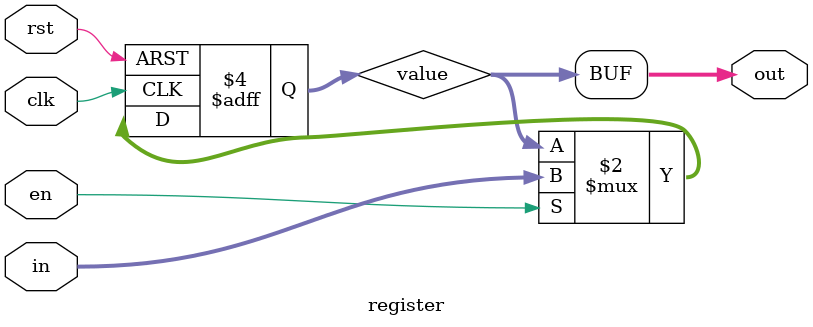
<source format=v>
/*
 * Universal register module
 * Asyncroneous read, syncroneous write
 */
module register(
    input wire clk,
    input wire[N-1:0] in,
    output wire[N-1:0] out,
    input wire en,
    input wire rst);

parameter N = 16; // Width

reg[N-1:0] value;

always @ (posedge clk or posedge rst)
    if (rst)
        value <= 0;
    else if (en)
        value <= in;

assign out = value;

endmodule

</source>
